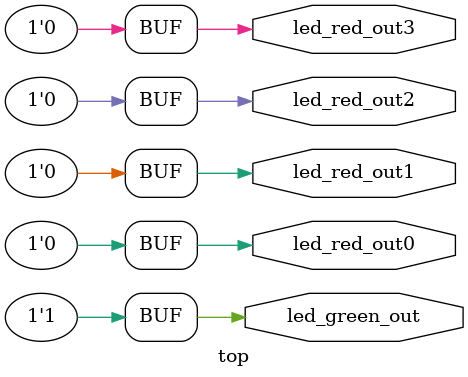
<source format=v>
module top (output led_green_out,
	       output led_red_out0,
	       output led_red_out1,
	       output led_red_out2,
	       output led_red_out3);

   wire led_green_out;
   wire led_red_out0;
   wire led_red_out1;
   wire led_red_out2;
   wire led_red_out3;


   assign led_green_out = 1;
   assign led_red_out0 = 0;
   assign led_red_out1 = 0;
   assign led_red_out2 = 0;
   assign led_red_out3 = 0;

endmodule

</source>
